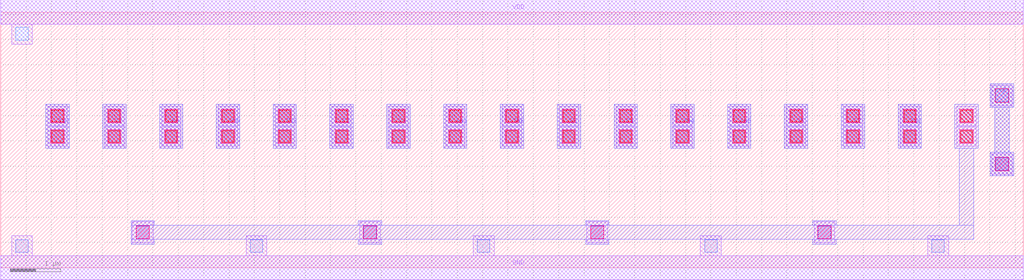
<source format=lef>
MACRO MUX8
 CLASS CORE ;
 FOREIGN MUX8 0 0 ;
 SIZE 20.16 BY 5.04 ;
 ORIGIN 0 0 ;
 SYMMETRY X Y R90 ;
 SITE unit ;
  PIN VDD
   DIRECTION INOUT ;
   USE POWER ;
   SHAPE ABUTMENT ;
    PORT
     CLASS CORE ;
       LAYER met1 ;
        RECT 0.00000000 4.80000000 20.16000000 5.28000000 ;
    END
  END VDD

  PIN GND
   DIRECTION INOUT ;
   USE POWER ;
   SHAPE ABUTMENT ;
    PORT
     CLASS CORE ;
       LAYER met1 ;
        RECT 0.00000000 -0.24000000 20.16000000 0.24000000 ;
    END
  END GND

  PIN Z
   DIRECTION INOUT ;
   USE SIGNAL ;
   SHAPE ABUTMENT ;
    PORT
     CLASS CORE ;
       LAYER met2 ;
        RECT 19.51000000 1.81700000 19.97000000 2.27700000 ;
        RECT 19.60000000 2.27700000 19.88000000 3.16700000 ;
        RECT 19.51000000 3.16700000 19.97000000 3.62700000 ;
    END
  END Z

  PIN IN4
   DIRECTION INOUT ;
   USE SIGNAL ;
   SHAPE ABUTMENT ;
    PORT
     CLASS CORE ;
       LAYER met2 ;
        RECT 13.21000000 2.35700000 13.67000000 3.22200000 ;
    END
  END IN4

  PIN S0
   DIRECTION INOUT ;
   USE SIGNAL ;
   SHAPE ABUTMENT ;
    PORT
     CLASS CORE ;
       LAYER met2 ;
        RECT 3.13000000 2.35700000 3.59000000 3.22200000 ;
    END
  END S0

  PIN IN0
   DIRECTION INOUT ;
   USE SIGNAL ;
   SHAPE ABUTMENT ;
    PORT
     CLASS CORE ;
       LAYER met2 ;
        RECT 4.25000000 2.35700000 4.71000000 3.22200000 ;
    END
  END IN0

  PIN S5
   DIRECTION INOUT ;
   USE SIGNAL ;
   SHAPE ABUTMENT ;
    PORT
     CLASS CORE ;
       LAYER met2 ;
        RECT 15.45000000 2.35700000 15.91000000 3.22200000 ;
    END
  END S5

  PIN S7
   DIRECTION INOUT ;
   USE SIGNAL ;
   SHAPE ABUTMENT ;
    PORT
     CLASS CORE ;
       LAYER met2 ;
        RECT 2.01000000 2.35700000 2.47000000 3.22200000 ;
    END
  END S7

  PIN IN5
   DIRECTION INOUT ;
   USE SIGNAL ;
   SHAPE ABUTMENT ;
    PORT
     CLASS CORE ;
       LAYER met2 ;
        RECT 14.33000000 2.35700000 14.79000000 3.22200000 ;
    END
  END IN5

  PIN IN1
   DIRECTION INOUT ;
   USE SIGNAL ;
   SHAPE ABUTMENT ;
    PORT
     CLASS CORE ;
       LAYER met2 ;
        RECT 8.73000000 2.35700000 9.19000000 3.22200000 ;
    END
  END IN1

  PIN S1
   DIRECTION INOUT ;
   USE SIGNAL ;
   SHAPE ABUTMENT ;
    PORT
     CLASS CORE ;
       LAYER met2 ;
        RECT 7.61000000 2.35700000 8.07000000 3.22200000 ;
    END
  END S1

  PIN S3
   DIRECTION INOUT ;
   USE SIGNAL ;
   SHAPE ABUTMENT ;
    PORT
     CLASS CORE ;
       LAYER met2 ;
        RECT 6.49000000 2.35700000 6.95000000 3.22200000 ;
    END
  END S3

  PIN S6
   DIRECTION INOUT ;
   USE SIGNAL ;
   SHAPE ABUTMENT ;
    PORT
     CLASS CORE ;
       LAYER met2 ;
        RECT 10.97000000 2.35700000 11.43000000 3.22200000 ;
    END
  END S6

  PIN S2
   DIRECTION INOUT ;
   USE SIGNAL ;
   SHAPE ABUTMENT ;
    PORT
     CLASS CORE ;
       LAYER met2 ;
        RECT 16.57000000 2.35700000 17.03000000 3.22200000 ;
    END
  END S2

  PIN IN2
   DIRECTION INOUT ;
   USE SIGNAL ;
   SHAPE ABUTMENT ;
    PORT
     CLASS CORE ;
       LAYER met2 ;
        RECT 17.69000000 2.35700000 18.15000000 3.22200000 ;
    END
  END IN2

  PIN IN3
   DIRECTION INOUT ;
   USE SIGNAL ;
   SHAPE ABUTMENT ;
    PORT
     CLASS CORE ;
       LAYER met2 ;
        RECT 5.37000000 2.35700000 5.83000000 3.22200000 ;
    END
  END IN3

  PIN IN7
   DIRECTION INOUT ;
   USE SIGNAL ;
   SHAPE ABUTMENT ;
    PORT
     CLASS CORE ;
       LAYER met2 ;
        RECT 0.89000000 2.35700000 1.35000000 3.22200000 ;
    END
  END IN7

  PIN S4
   DIRECTION INOUT ;
   USE SIGNAL ;
   SHAPE ABUTMENT ;
    PORT
     CLASS CORE ;
       LAYER met2 ;
        RECT 12.09000000 2.35700000 12.55000000 3.22200000 ;
    END
  END S4

  PIN IN6
   DIRECTION INOUT ;
   USE SIGNAL ;
   SHAPE ABUTMENT ;
    PORT
     CLASS CORE ;
       LAYER met2 ;
        RECT 9.85000000 2.35700000 10.31000000 3.22200000 ;
    END
  END IN6

 OBS
    LAYER polycont ;
     RECT 1.01000000 2.47700000 1.23000000 2.69700000 ;
     RECT 2.13000000 2.47700000 2.35000000 2.69700000 ;
     RECT 3.25000000 2.47700000 3.47000000 2.69700000 ;
     RECT 4.37000000 2.47700000 4.59000000 2.69700000 ;
     RECT 5.49000000 2.47700000 5.71000000 2.69700000 ;
     RECT 6.61000000 2.47700000 6.83000000 2.69700000 ;
     RECT 7.73000000 2.47700000 7.95000000 2.69700000 ;
     RECT 8.85000000 2.47700000 9.07000000 2.69700000 ;
     RECT 9.97000000 2.47700000 10.19000000 2.69700000 ;
     RECT 11.09000000 2.47700000 11.31000000 2.69700000 ;
     RECT 12.21000000 2.47700000 12.43000000 2.69700000 ;
     RECT 13.33000000 2.47700000 13.55000000 2.69700000 ;
     RECT 14.45000000 2.47700000 14.67000000 2.69700000 ;
     RECT 15.57000000 2.47700000 15.79000000 2.69700000 ;
     RECT 16.69000000 2.47700000 16.91000000 2.69700000 ;
     RECT 17.81000000 2.47700000 18.03000000 2.69700000 ;
     RECT 18.93000000 2.47700000 19.15000000 2.69700000 ;
     RECT 1.01000000 2.88200000 1.23000000 3.10200000 ;
     RECT 2.13000000 2.88200000 2.35000000 3.10200000 ;
     RECT 3.25000000 2.88200000 3.47000000 3.10200000 ;
     RECT 4.37000000 2.88200000 4.59000000 3.10200000 ;
     RECT 5.49000000 2.88200000 5.71000000 3.10200000 ;
     RECT 6.61000000 2.88200000 6.83000000 3.10200000 ;
     RECT 7.73000000 2.88200000 7.95000000 3.10200000 ;
     RECT 8.85000000 2.88200000 9.07000000 3.10200000 ;
     RECT 9.97000000 2.88200000 10.19000000 3.10200000 ;
     RECT 11.09000000 2.88200000 11.31000000 3.10200000 ;
     RECT 12.21000000 2.88200000 12.43000000 3.10200000 ;
     RECT 13.33000000 2.88200000 13.55000000 3.10200000 ;
     RECT 14.45000000 2.88200000 14.67000000 3.10200000 ;
     RECT 15.57000000 2.88200000 15.79000000 3.10200000 ;
     RECT 16.69000000 2.88200000 16.91000000 3.10200000 ;
     RECT 17.81000000 2.88200000 18.03000000 3.10200000 ;
     RECT 18.93000000 2.88200000 19.15000000 3.10200000 ;

    LAYER pdiffc ;
     RECT 19.61500000 3.27200000 19.86500000 3.52200000 ;
     RECT 0.29500000 4.48700000 0.54500000 4.73700000 ;

    LAYER ndiffc ;
     RECT 0.29500000 0.30200000 0.54500000 0.55200000 ;
     RECT 4.91500000 0.30200000 5.16500000 0.55200000 ;
     RECT 9.39500000 0.30200000 9.64500000 0.55200000 ;
     RECT 13.87500000 0.30200000 14.12500000 0.55200000 ;
     RECT 18.35500000 0.30200000 18.60500000 0.55200000 ;
     RECT 2.67500000 0.57200000 2.92500000 0.82200000 ;
     RECT 7.15500000 0.57200000 7.40500000 0.82200000 ;
     RECT 11.63500000 0.57200000 11.88500000 0.82200000 ;
     RECT 16.11500000 0.57200000 16.36500000 0.82200000 ;
     RECT 19.61500000 1.92200000 19.86500000 2.17200000 ;

    LAYER met1 ;
     RECT 0.00000000 -0.24000000 20.16000000 0.24000000 ;
     RECT 0.21500000 0.24000000 0.62500000 0.63200000 ;
     RECT 4.83500000 0.24000000 5.24500000 0.63200000 ;
     RECT 9.31500000 0.24000000 9.72500000 0.63200000 ;
     RECT 13.79500000 0.24000000 14.20500000 0.63200000 ;
     RECT 18.27500000 0.24000000 18.68500000 0.63200000 ;
     RECT 2.59500000 0.49200000 3.00500000 0.90200000 ;
     RECT 7.07500000 0.49200000 7.48500000 0.90200000 ;
     RECT 11.55500000 0.49200000 11.96500000 0.90200000 ;
     RECT 16.03500000 0.49200000 16.44500000 0.90200000 ;
     RECT 19.53500000 1.84200000 19.94500000 2.25200000 ;
     RECT 0.93000000 2.39700000 1.31000000 2.77700000 ;
     RECT 2.05000000 2.39700000 2.43000000 2.77700000 ;
     RECT 3.17000000 2.39700000 3.55000000 2.77700000 ;
     RECT 4.29000000 2.39700000 4.67000000 2.77700000 ;
     RECT 5.41000000 2.39700000 5.79000000 2.77700000 ;
     RECT 6.53000000 2.39700000 6.91000000 2.77700000 ;
     RECT 7.65000000 2.39700000 8.03000000 2.77700000 ;
     RECT 8.77000000 2.39700000 9.15000000 2.77700000 ;
     RECT 9.89000000 2.39700000 10.27000000 2.77700000 ;
     RECT 11.01000000 2.39700000 11.39000000 2.77700000 ;
     RECT 12.13000000 2.39700000 12.51000000 2.77700000 ;
     RECT 13.25000000 2.39700000 13.63000000 2.77700000 ;
     RECT 14.37000000 2.39700000 14.75000000 2.77700000 ;
     RECT 15.49000000 2.39700000 15.87000000 2.77700000 ;
     RECT 16.61000000 2.39700000 16.99000000 2.77700000 ;
     RECT 17.73000000 2.39700000 18.11000000 2.77700000 ;
     RECT 18.85000000 2.39700000 19.23000000 2.77700000 ;
     RECT 0.93000000 2.80200000 1.31000000 3.18200000 ;
     RECT 2.05000000 2.80200000 2.43000000 3.18200000 ;
     RECT 3.17000000 2.80200000 3.55000000 3.18200000 ;
     RECT 4.29000000 2.80200000 4.67000000 3.18200000 ;
     RECT 5.41000000 2.80200000 5.79000000 3.18200000 ;
     RECT 6.53000000 2.80200000 6.91000000 3.18200000 ;
     RECT 7.65000000 2.80200000 8.03000000 3.18200000 ;
     RECT 8.77000000 2.80200000 9.15000000 3.18200000 ;
     RECT 9.89000000 2.80200000 10.27000000 3.18200000 ;
     RECT 11.01000000 2.80200000 11.39000000 3.18200000 ;
     RECT 12.13000000 2.80200000 12.51000000 3.18200000 ;
     RECT 13.25000000 2.80200000 13.63000000 3.18200000 ;
     RECT 14.37000000 2.80200000 14.75000000 3.18200000 ;
     RECT 15.49000000 2.80200000 15.87000000 3.18200000 ;
     RECT 16.61000000 2.80200000 16.99000000 3.18200000 ;
     RECT 17.73000000 2.80200000 18.11000000 3.18200000 ;
     RECT 18.85000000 2.80200000 19.23000000 3.18200000 ;
     RECT 19.53500000 3.19200000 19.94500000 3.60200000 ;
     RECT 0.21500000 4.40700000 0.62500000 4.80000000 ;
     RECT 0.00000000 4.80000000 20.16000000 5.28000000 ;

    LAYER via1 ;
     RECT 2.67000000 0.56700000 2.93000000 0.82700000 ;
     RECT 7.15000000 0.56700000 7.41000000 0.82700000 ;
     RECT 11.63000000 0.56700000 11.89000000 0.82700000 ;
     RECT 16.11000000 0.56700000 16.37000000 0.82700000 ;
     RECT 19.61000000 1.91700000 19.87000000 2.17700000 ;
     RECT 0.99000000 2.45700000 1.25000000 2.71700000 ;
     RECT 2.11000000 2.45700000 2.37000000 2.71700000 ;
     RECT 3.23000000 2.45700000 3.49000000 2.71700000 ;
     RECT 4.35000000 2.45700000 4.61000000 2.71700000 ;
     RECT 5.47000000 2.45700000 5.73000000 2.71700000 ;
     RECT 6.59000000 2.45700000 6.85000000 2.71700000 ;
     RECT 7.71000000 2.45700000 7.97000000 2.71700000 ;
     RECT 8.83000000 2.45700000 9.09000000 2.71700000 ;
     RECT 9.95000000 2.45700000 10.21000000 2.71700000 ;
     RECT 11.07000000 2.45700000 11.33000000 2.71700000 ;
     RECT 12.19000000 2.45700000 12.45000000 2.71700000 ;
     RECT 13.31000000 2.45700000 13.57000000 2.71700000 ;
     RECT 14.43000000 2.45700000 14.69000000 2.71700000 ;
     RECT 15.55000000 2.45700000 15.81000000 2.71700000 ;
     RECT 16.67000000 2.45700000 16.93000000 2.71700000 ;
     RECT 17.79000000 2.45700000 18.05000000 2.71700000 ;
     RECT 18.91000000 2.45700000 19.17000000 2.71700000 ;
     RECT 0.99000000 2.86200000 1.25000000 3.12200000 ;
     RECT 2.11000000 2.86200000 2.37000000 3.12200000 ;
     RECT 3.23000000 2.86200000 3.49000000 3.12200000 ;
     RECT 4.35000000 2.86200000 4.61000000 3.12200000 ;
     RECT 5.47000000 2.86200000 5.73000000 3.12200000 ;
     RECT 6.59000000 2.86200000 6.85000000 3.12200000 ;
     RECT 7.71000000 2.86200000 7.97000000 3.12200000 ;
     RECT 8.83000000 2.86200000 9.09000000 3.12200000 ;
     RECT 9.95000000 2.86200000 10.21000000 3.12200000 ;
     RECT 11.07000000 2.86200000 11.33000000 3.12200000 ;
     RECT 12.19000000 2.86200000 12.45000000 3.12200000 ;
     RECT 13.31000000 2.86200000 13.57000000 3.12200000 ;
     RECT 14.43000000 2.86200000 14.69000000 3.12200000 ;
     RECT 15.55000000 2.86200000 15.81000000 3.12200000 ;
     RECT 16.67000000 2.86200000 16.93000000 3.12200000 ;
     RECT 17.79000000 2.86200000 18.05000000 3.12200000 ;
     RECT 18.91000000 2.86200000 19.17000000 3.12200000 ;
     RECT 19.61000000 3.26700000 19.87000000 3.52700000 ;

    LAYER met2 ;
     RECT 0.89000000 2.35700000 1.35000000 3.22200000 ;
     RECT 2.01000000 2.35700000 2.47000000 3.22200000 ;
     RECT 3.13000000 2.35700000 3.59000000 3.22200000 ;
     RECT 4.25000000 2.35700000 4.71000000 3.22200000 ;
     RECT 5.37000000 2.35700000 5.83000000 3.22200000 ;
     RECT 6.49000000 2.35700000 6.95000000 3.22200000 ;
     RECT 7.61000000 2.35700000 8.07000000 3.22200000 ;
     RECT 8.73000000 2.35700000 9.19000000 3.22200000 ;
     RECT 9.85000000 2.35700000 10.31000000 3.22200000 ;
     RECT 10.97000000 2.35700000 11.43000000 3.22200000 ;
     RECT 12.09000000 2.35700000 12.55000000 3.22200000 ;
     RECT 13.21000000 2.35700000 13.67000000 3.22200000 ;
     RECT 14.33000000 2.35700000 14.79000000 3.22200000 ;
     RECT 15.45000000 2.35700000 15.91000000 3.22200000 ;
     RECT 16.57000000 2.35700000 17.03000000 3.22200000 ;
     RECT 17.69000000 2.35700000 18.15000000 3.22200000 ;
     RECT 2.57000000 0.46700000 3.03000000 0.55700000 ;
     RECT 7.05000000 0.46700000 7.51000000 0.55700000 ;
     RECT 11.53000000 0.46700000 11.99000000 0.55700000 ;
     RECT 16.01000000 0.46700000 16.47000000 0.55700000 ;
     RECT 2.57000000 0.55700000 19.18000000 0.83700000 ;
     RECT 2.57000000 0.83700000 3.03000000 0.92700000 ;
     RECT 7.05000000 0.83700000 7.51000000 0.92700000 ;
     RECT 11.53000000 0.83700000 11.99000000 0.92700000 ;
     RECT 16.01000000 0.83700000 16.47000000 0.92700000 ;
     RECT 18.90000000 0.83700000 19.18000000 2.35700000 ;
     RECT 18.81000000 2.35700000 19.27000000 3.22200000 ;
     RECT 19.51000000 1.81700000 19.97000000 2.27700000 ;
     RECT 19.60000000 2.27700000 19.88000000 3.16700000 ;
     RECT 19.51000000 3.16700000 19.97000000 3.62700000 ;

 END
END MUX8

</source>
